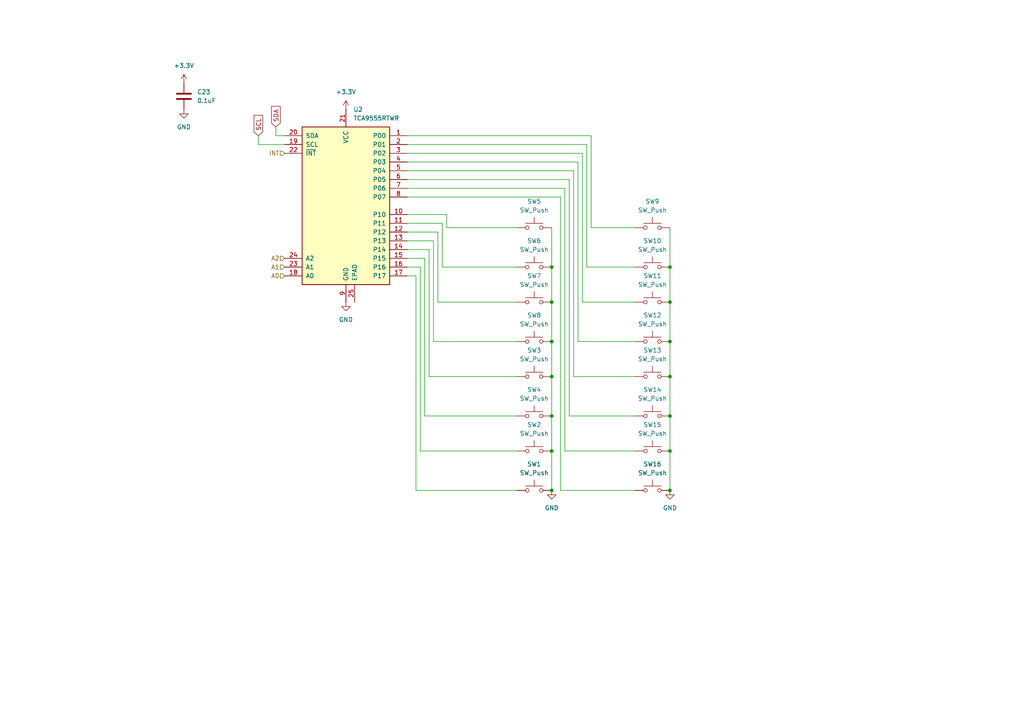
<source format=kicad_sch>
(kicad_sch (version 20250114) (generator "eeschema") (generator_version "9.0")
  (paper "A4")
  (lib_symbols
    (symbol "Device:C" (pin_numbers (hide yes)) (pin_names (offset 0.254))
      (property "Reference" "C" (at 0.635 2.54 0))
      (property "Value" "C" (at 0.635 -2.54 0))
      (symbol "C_0_1"
        (polyline (pts (xy -2.032 0.762) (xy 2.032 0.762)) (stroke (width 0.508)))
        (polyline (pts (xy -2.032 -0.762) (xy 2.032 -0.762)) (stroke (width 0.508)))
      )
      (symbol "C_1_1"
        (pin passive line (at 0 3.81 270) (length 2.794) (name "~") (number "1"))
        (pin passive line (at 0 -3.81 90) (length 2.794) (name "~") (number "2"))
      )
    )
    (symbol "Interface_Expansion:TCA9555RTWR" (pin_names (offset 1.016))
      (property "Reference" "U" (at -11.43 24.13 0))
      (property "Value" "TCA9555RTWR" (at 0 0 0))
      (symbol "TCA9555RTWR_0_1"
        (rectangle (start -12.7 22.86) (end 12.7 -22.86) (stroke (width 0.254)) (fill (type background)))
      )
      (symbol "TCA9555RTWR_1_1"
        (pin bidirectional line (at -17.78 20.32 0) (length 5.08) (name "SDA") (number "20"))
        (pin input line (at -17.78 17.78 0) (length 5.08) (name "SCL") (number "19"))
        (pin open_collector line (at -17.78 15.24 0) (length 5.08) (name "~{INT}") (number "22"))
        (pin input line (at -17.78 -15.24 0) (length 5.08) (name "A2") (number "24"))
        (pin input line (at -17.78 -17.78 0) (length 5.08) (name "A1") (number "23"))
        (pin input line (at -17.78 -20.32 0) (length 5.08) (name "A0") (number "18"))
        (pin power_in line (at 0 27.94 270) (length 5.08) (name "VCC") (number "21"))
        (pin power_in line (at 0 -27.94 90) (length 5.08) (name "GND") (number "9"))
        (pin input line (at 2.54 -27.94 90) (length 5.08) (name "EPAD") (number "25"))
        (pin bidirectional line (at 17.78 20.32 180) (length 5.08) (name "P00") (number "1"))
        (pin bidirectional line (at 17.78 17.78 180) (length 5.08) (name "P01") (number "2"))
        (pin bidirectional line (at 17.78 15.24 180) (length 5.08) (name "P02") (number "3"))
        (pin bidirectional line (at 17.78 12.7 180) (length 5.08) (name "P03") (number "4"))
        (pin bidirectional line (at 17.78 10.16 180) (length 5.08) (name "P04") (number "5"))
        (pin bidirectional line (at 17.78 7.62 180) (length 5.08) (name "P05") (number "6"))
        (pin bidirectional line (at 17.78 5.08 180) (length 5.08) (name "P06") (number "7"))
        (pin bidirectional line (at 17.78 2.54 180) (length 5.08) (name "P07") (number "8"))
        (pin bidirectional line (at 17.78 -2.54 180) (length 5.08) (name "P10") (number "10"))
        (pin bidirectional line (at 17.78 -5.08 180) (length 5.08) (name "P11") (number "11"))
        (pin bidirectional line (at 17.78 -7.62 180) (length 5.08) (name "P12") (number "12"))
        (pin bidirectional line (at 17.78 -10.16 180) (length 5.08) (name "P13") (number "13"))
        (pin bidirectional line (at 17.78 -12.7 180) (length 5.08) (name "P14") (number "14"))
        (pin bidirectional line (at 17.78 -15.24 180) (length 5.08) (name "P15") (number "15"))
        (pin bidirectional line (at 17.78 -17.78 180) (length 5.08) (name "P16") (number "16"))
        (pin bidirectional line (at 17.78 -20.32 180) (length 5.08) (name "P17") (number "17"))
      )
    )
    (symbol "Switch:SW_Push" (pin_numbers (hide yes)) (pin_names (offset 1.016) (hide yes))
      (property "Reference" "SW" (at 1.27 2.54 0))
      (property "Value" "SW_Push" (at 0 -1.524 0))
      (symbol "SW_Push_0_1"
        (circle (center -2.032 0) (radius 0.508))
        (polyline (pts (xy 0 1.27) (xy 0 3.048)))
        (circle (center 2.032 0) (radius 0.508))
        (polyline (pts (xy 2.54 1.27) (xy -2.54 1.27)))
        (pin passive line (at -5.08 0 0) (length 2.54) (name "1") (number "1"))
        (pin passive line (at 5.08 0 180) (length 2.54) (name "2") (number "2"))
      )
    )
    (symbol "power:+3.3V" (power) (pin_numbers (hide yes)) (pin_names (offset 0) (hide yes))
      (property "Value" "+3.3V" (at 0 3.556 0))
      (symbol "+3.3V_0_1"
        (polyline (pts (xy -0.762 1.27) (xy 0 2.54)))
        (polyline (pts (xy 0 2.54) (xy 0.762 1.27)))
        (polyline (pts (xy 0 0) (xy 0 2.54)))
      )
      (symbol "+3.3V_1_1"
        (pin power_in line (at 0 0 90) (length 0) (name "~") (number "1"))
      )
    )
    (symbol "power:GND" (power) (pin_numbers (hide yes)) (pin_names (offset 0) (hide yes))
      (property "Value" "GND" (at 0 -3.81 0))
      (symbol "GND_0_1"
        (polyline (pts (xy 0 0) (xy 0 -1.27) (xy 1.27 -1.27) (xy 0 -2.54) (xy -1.27 -1.27) (xy 0 -1.27)))
      )
      (symbol "GND_1_1"
        (pin power_in line (at 0 0 270) (length 0) (name "~") (number "1"))
      )
    )
  )
  (junction (at 160.02 109.22))
  (junction (at 194.31 120.65))
  (junction (at 194.31 130.81))
  (junction (at 160.02 99.06))
  (junction (at 160.02 77.47))
  (junction (at 160.02 120.65))
  (junction (at 194.31 109.22))
  (junction (at 194.31 87.63))
  (junction (at 194.31 99.06))
  (junction (at 160.02 142.24))
  (junction (at 194.31 77.47))
  (junction (at 160.02 87.63))
  (junction (at 194.31 142.24))
  (junction (at 160.02 130.81))
  (wire (pts (xy 128.27 64.77) (xy 118.11 64.77)))
  (wire (pts (xy 127 87.63) (xy 127 67.31)))
  (wire (pts (xy 184.15 66.04) (xy 171.45 66.04)))
  (wire (pts (xy 194.31 87.63) (xy 194.31 99.06)))
  (wire (pts (xy 160.02 77.47) (xy 160.02 87.63)))
  (wire (pts (xy 149.86 130.81) (xy 121.92 130.81)))
  (wire (pts (xy 194.31 66.04) (xy 194.31 77.47)))
  (wire (pts (xy 184.15 109.22) (xy 166.37 109.22)))
  (wire (pts (xy 125.73 99.06) (xy 125.73 69.85)))
  (wire (pts (xy 74.93 41.91) (xy 82.55 41.91)))
  (wire (pts (xy 194.31 130.81) (xy 194.31 142.24)))
  (wire (pts (xy 168.91 44.45) (xy 118.11 44.45)))
  (wire (pts (xy 160.02 109.22) (xy 160.02 120.65)))
  (wire (pts (xy 184.15 120.65) (xy 165.1 120.65)))
  (wire (pts (xy 194.31 99.06) (xy 194.31 109.22)))
  (wire (pts (xy 123.19 120.65) (xy 123.19 74.93)))
  (wire (pts (xy 160.02 120.65) (xy 160.02 130.81)))
  (wire (pts (xy 168.91 87.63) (xy 168.91 44.45)))
  (wire (pts (xy 160.02 87.63) (xy 160.02 99.06)))
  (wire (pts (xy 171.45 66.04) (xy 171.45 39.37)))
  (wire (pts (xy 128.27 77.47) (xy 128.27 64.77)))
  (wire (pts (xy 166.37 49.53) (xy 118.11 49.53)))
  (wire (pts (xy 170.18 41.91) (xy 118.11 41.91)))
  (wire (pts (xy 118.11 54.61) (xy 163.83 54.61)))
  (wire (pts (xy 163.83 54.61) (xy 163.83 130.81)))
  (wire (pts (xy 194.31 109.22) (xy 194.31 120.65)))
  (wire (pts (xy 149.86 120.65) (xy 123.19 120.65)))
  (wire (pts (xy 170.18 77.47) (xy 170.18 41.91)))
  (wire (pts (xy 163.83 130.81) (xy 184.15 130.81)))
  (wire (pts (xy 166.37 109.22) (xy 166.37 49.53)))
  (wire (pts (xy 149.86 142.24) (xy 120.65 142.24)))
  (wire (pts (xy 184.15 142.24) (xy 162.56 142.24)))
  (wire (pts (xy 184.15 77.47) (xy 170.18 77.47)))
  (wire (pts (xy 120.65 80.01) (xy 118.11 80.01)))
  (wire (pts (xy 124.46 109.22) (xy 124.46 72.39)))
  (wire (pts (xy 149.86 77.47) (xy 128.27 77.47)))
  (wire (pts (xy 124.46 72.39) (xy 118.11 72.39)))
  (wire (pts (xy 123.19 74.93) (xy 118.11 74.93)))
  (wire (pts (xy 74.93 39.37) (xy 74.93 41.91)))
  (wire (pts (xy 121.92 77.47) (xy 118.11 77.47)))
  (wire (pts (xy 167.64 99.06) (xy 167.64 46.99)))
  (wire (pts (xy 149.86 99.06) (xy 125.73 99.06)))
  (wire (pts (xy 184.15 87.63) (xy 168.91 87.63)))
  (wire (pts (xy 121.92 130.81) (xy 121.92 77.47)))
  (wire (pts (xy 80.01 39.37) (xy 82.55 39.37)))
  (wire (pts (xy 127 67.31) (xy 118.11 67.31)))
  (wire (pts (xy 80.01 36.83) (xy 80.01 39.37)))
  (wire (pts (xy 149.86 87.63) (xy 127 87.63)))
  (wire (pts (xy 120.65 142.24) (xy 120.65 80.01)))
  (wire (pts (xy 129.54 66.04) (xy 129.54 62.23)))
  (wire (pts (xy 167.64 46.99) (xy 118.11 46.99)))
  (wire (pts (xy 165.1 52.07) (xy 118.11 52.07)))
  (wire (pts (xy 194.31 77.47) (xy 194.31 87.63)))
  (wire (pts (xy 184.15 99.06) (xy 167.64 99.06)))
  (wire (pts (xy 171.45 39.37) (xy 118.11 39.37)))
  (wire (pts (xy 125.73 69.85) (xy 118.11 69.85)))
  (wire (pts (xy 165.1 120.65) (xy 165.1 52.07)))
  (wire (pts (xy 160.02 130.81) (xy 160.02 142.24)))
  (wire (pts (xy 149.86 66.04) (xy 129.54 66.04)))
  (wire (pts (xy 194.31 120.65) (xy 194.31 130.81)))
  (wire (pts (xy 149.86 109.22) (xy 124.46 109.22)))
  (wire (pts (xy 162.56 142.24) (xy 162.56 57.15)))
  (wire (pts (xy 160.02 66.04) (xy 160.02 77.47)))
  (wire (pts (xy 160.02 99.06) (xy 160.02 109.22)))
  (wire (pts (xy 129.54 62.23) (xy 118.11 62.23)))
  (wire (pts (xy 162.56 57.15) (xy 118.11 57.15)))
  (global_label "SCL" (shape input) (at 74.93 39.37 90) (property "Intersheetrefs" "${INTERSHEET_REFS}" (effects (hide yes))))
  (global_label "SDA" (shape input) (at 80.01 36.83 90) (property "Intersheetrefs" "${INTERSHEET_REFS}" (effects (hide yes))))
  (hierarchical_label "A0" (shape input) (at 82.55 80.01 180))
  (hierarchical_label "INT" (shape input) (at 82.55 44.45 180))
  (hierarchical_label "A2" (shape input) (at 82.55 74.93 180))
  (hierarchical_label "A1" (shape input) (at 82.55 77.47 180))
  (symbol (lib_id "power:GND") (at 53.34 31.75 0) (unit 1)
    (property "Reference" "#PWR067" (effects (hide yes)))
    (property "Value" "GND" (at 53.34 36.83 0))
    (property "Description" "Power symbol creates a global label with name \"GND\" , ground" (effects (hide yes)))
  )
  (symbol (lib_id "Switch:SW_Push") (at 154.94 109.22 0) (unit 1)
    (property "Reference" "SW3" (at 154.94 101.6 0))
    (property "Value" "SW_Push" (at 154.94 104.14 0))
    (property "Footprint" "Connector_PinSocket_2.54mm:PinSocket_1x02_P2.54mm_Vertical" (effects (hide yes)))
    (property "Description" "Push button switch, generic, two pins" (effects (hide yes)))
    (property "LCSC Part Number" "C49661" (effects (hide yes)))
  )
  (symbol (lib_id "power:GND") (at 100.33 87.63 0) (unit 1)
    (property "Reference" "#PWR03" (effects (hide yes)))
    (property "Value" "GND" (at 100.33 92.71 0))
    (property "Description" "Power symbol creates a global label with name \"GND\" , ground" (effects (hide yes)))
  )
  (symbol (lib_id "Switch:SW_Push") (at 154.94 77.47 0) (unit 1)
    (property "Reference" "SW6" (at 154.94 69.85 0))
    (property "Value" "SW_Push" (at 154.94 72.39 0))
    (property "Footprint" "Connector_PinSocket_2.54mm:PinSocket_1x02_P2.54mm_Vertical" (effects (hide yes)))
    (property "Description" "Push button switch, generic, two pins" (effects (hide yes)))
    (property "LCSC Part Number" "C49661" (effects (hide yes)))
  )
  (symbol (lib_id "Switch:SW_Push") (at 189.23 87.63 0) (unit 1)
    (property "Reference" "SW11" (at 189.23 80.01 0))
    (property "Value" "SW_Push" (at 189.23 82.55 0))
    (property "Footprint" "Connector_PinSocket_2.54mm:PinSocket_1x02_P2.54mm_Vertical" (effects (hide yes)))
    (property "Description" "Push button switch, generic, two pins" (effects (hide yes)))
    (property "LCSC Part Number" "C49661" (effects (hide yes)))
  )
  (symbol (lib_id "Switch:SW_Push") (at 189.23 120.65 0) (unit 1)
    (property "Reference" "SW14" (at 189.23 113.03 0))
    (property "Value" "SW_Push" (at 189.23 115.57 0))
    (property "Footprint" "Connector_PinSocket_2.54mm:PinSocket_1x02_P2.54mm_Vertical" (effects (hide yes)))
    (property "Description" "Push button switch, generic, two pins" (effects (hide yes)))
    (property "LCSC Part Number" "C49661" (effects (hide yes)))
  )
  (symbol (lib_id "power:+3.3V") (at 100.33 31.75 0) (unit 1)
    (property "Reference" "#PWR04" (effects (hide yes)))
    (property "Value" "+3.3V" (at 100.33 26.67 0))
    (property "Description" "Power symbol creates a global label with name \"+3.3V\"" (effects (hide yes)))
  )
  (symbol (lib_id "Switch:SW_Push") (at 189.23 99.06 0) (unit 1)
    (property "Reference" "SW12" (at 189.23 91.44 0))
    (property "Value" "SW_Push" (at 189.23 93.98 0))
    (property "Footprint" "Connector_PinSocket_2.54mm:PinSocket_1x02_P2.54mm_Vertical" (effects (hide yes)))
    (property "Description" "Push button switch, generic, two pins" (effects (hide yes)))
    (property "LCSC Part Number" "C49661" (effects (hide yes)))
  )
  (symbol (lib_id "Switch:SW_Push") (at 154.94 66.04 0) (unit 1)
    (property "Reference" "SW5" (at 154.94 58.42 0))
    (property "Value" "SW_Push" (at 154.94 60.96 0))
    (property "Footprint" "Connector_PinSocket_2.54mm:PinSocket_1x02_P2.54mm_Vertical" (effects (hide yes)))
    (property "Description" "Push button switch, generic, two pins" (effects (hide yes)))
    (property "LCSC Part Number" "C49661" (effects (hide yes)))
  )
  (symbol (lib_id "Switch:SW_Push") (at 154.94 120.65 0) (unit 1)
    (property "Reference" "SW4" (at 154.94 113.03 0))
    (property "Value" "SW_Push" (at 154.94 115.57 0))
    (property "Footprint" "Connector_PinSocket_2.54mm:PinSocket_1x02_P2.54mm_Vertical" (effects (hide yes)))
    (property "Description" "Push button switch, generic, two pins" (effects (hide yes)))
    (property "LCSC Part Number" "C49661" (effects (hide yes)))
  )
  (symbol (lib_id "Switch:SW_Push") (at 189.23 77.47 0) (unit 1)
    (property "Reference" "SW10" (at 189.23 69.85 0))
    (property "Value" "SW_Push" (at 189.23 72.39 0))
    (property "Footprint" "Connector_PinSocket_2.54mm:PinSocket_1x02_P2.54mm_Vertical" (effects (hide yes)))
    (property "Description" "Push button switch, generic, two pins" (effects (hide yes)))
    (property "LCSC Part Number" "C49661" (effects (hide yes)))
  )
  (symbol (lib_id "Switch:SW_Push") (at 154.94 99.06 0) (unit 1)
    (property "Reference" "SW8" (at 154.94 91.44 0))
    (property "Value" "SW_Push" (at 154.94 93.98 0))
    (property "Footprint" "Connector_PinSocket_2.54mm:PinSocket_1x02_P2.54mm_Vertical" (effects (hide yes)))
    (property "Description" "Push button switch, generic, two pins" (effects (hide yes)))
    (property "LCSC Part Number" "C49661" (effects (hide yes)))
  )
  (symbol (lib_id "Switch:SW_Push") (at 189.23 142.24 0) (unit 1)
    (property "Reference" "SW16" (at 189.23 134.62 0))
    (property "Value" "SW_Push" (at 189.23 137.16 0))
    (property "Footprint" "Connector_PinSocket_2.54mm:PinSocket_1x02_P2.54mm_Vertical" (effects (hide yes)))
    (property "Description" "Push button switch, generic, two pins" (effects (hide yes)))
    (property "LCSC Part Number" "C49661" (effects (hide yes)))
  )
  (symbol (lib_id "Switch:SW_Push") (at 154.94 130.81 0) (unit 1)
    (property "Reference" "SW2" (at 154.94 123.19 0))
    (property "Value" "SW_Push" (at 154.94 125.73 0))
    (property "Footprint" "Connector_PinSocket_2.54mm:PinSocket_1x02_P2.54mm_Vertical" (effects (hide yes)))
    (property "Description" "Push button switch, generic, two pins" (effects (hide yes)))
    (property "LCSC Part Number" "C49661" (effects (hide yes)))
  )
  (symbol (lib_id "Switch:SW_Push") (at 189.23 130.81 0) (unit 1)
    (property "Reference" "SW15" (at 189.23 123.19 0))
    (property "Value" "SW_Push" (at 189.23 125.73 0))
    (property "Footprint" "Connector_PinSocket_2.54mm:PinSocket_1x02_P2.54mm_Vertical" (effects (hide yes)))
    (property "Description" "Push button switch, generic, two pins" (effects (hide yes)))
    (property "LCSC Part Number" "C49661" (effects (hide yes)))
  )
  (symbol (lib_id "power:GND") (at 160.02 142.24 0) (unit 1)
    (property "Reference" "#PWR01" (effects (hide yes)))
    (property "Value" "GND" (at 160.02 147.32 0))
    (property "Description" "Power symbol creates a global label with name \"GND\" , ground" (effects (hide yes)))
  )
  (symbol (lib_id "Switch:SW_Push") (at 154.94 142.24 0) (unit 1)
    (property "Reference" "SW1" (at 154.94 134.62 0))
    (property "Value" "SW_Push" (at 154.94 137.16 0))
    (property "Footprint" "Connector_PinSocket_2.54mm:PinSocket_1x02_P2.54mm_Vertical" (effects (hide yes)))
    (property "Description" "Push button switch, generic, two pins" (effects (hide yes)))
    (property "LCSC Part Number" "C49661" (effects (hide yes)))
  )
  (symbol (lib_id "power:GND") (at 194.31 142.24 0) (unit 1)
    (property "Reference" "#PWR02" (effects (hide yes)))
    (property "Value" "GND" (at 194.31 147.32 0))
    (property "Description" "Power symbol creates a global label with name \"GND\" , ground" (effects (hide yes)))
  )
  (symbol (lib_id "Switch:SW_Push") (at 154.94 87.63 0) (unit 1)
    (property "Reference" "SW7" (at 154.94 80.01 0))
    (property "Value" "SW_Push" (at 154.94 82.55 0))
    (property "Footprint" "Connector_PinSocket_2.54mm:PinSocket_1x02_P2.54mm_Vertical" (effects (hide yes)))
    (property "Description" "Push button switch, generic, two pins" (effects (hide yes)))
    (property "LCSC Part Number" "C49661" (effects (hide yes)))
  )
  (symbol (lib_id "power:+3.3V") (at 53.34 24.13 0) (unit 1)
    (property "Reference" "#PWR066" (effects (hide yes)))
    (property "Value" "+3.3V" (at 53.34 19.05 0))
    (property "Description" "Power symbol creates a global label with name \"+3.3V\"" (effects (hide yes)))
  )
  (symbol (lib_id "Switch:SW_Push") (at 189.23 66.04 0) (unit 1)
    (property "Reference" "SW9" (at 189.23 58.42 0))
    (property "Value" "SW_Push" (at 189.23 60.96 0))
    (property "Footprint" "Connector_PinSocket_2.54mm:PinSocket_1x02_P2.54mm_Vertical" (effects (hide yes)))
    (property "Description" "Push button switch, generic, two pins" (effects (hide yes)))
    (property "LCSC Part Number" "C49661" (effects (hide yes)))
  )
  (symbol (lib_id "Device:C") (at 53.34 27.94 0) (unit 1)
    (property "Reference" "C23" (at 57.15 26.6699 0) (effects (justify left)))
    (property "Value" "0.1uF" (at 57.15 29.2099 0) (effects (justify left)))
    (property "Footprint" "Capacitor_SMD:C_0603_1608Metric" (effects (hide yes)))
    (property "Description" "Unpolarized capacitor" (effects (hide yes)))
    (property "LCSC Part Number" "C14663" (effects (hide yes)))
  )
  (symbol (lib_id "Switch:SW_Push") (at 189.23 109.22 0) (unit 1)
    (property "Reference" "SW13" (at 189.23 101.6 0))
    (property "Value" "SW_Push" (at 189.23 104.14 0))
    (property "Footprint" "Connector_PinSocket_2.54mm:PinSocket_1x02_P2.54mm_Vertical" (effects (hide yes)))
    (property "Description" "Push button switch, generic, two pins" (effects (hide yes)))
    (property "LCSC Part Number" "C49661" (effects (hide yes)))
  )
  (symbol (lib_id "Interface_Expansion:TCA9555RTWR") (at 100.33 59.69 0) (unit 1)
    (property "Reference" "U2" (at 102.4733 31.75 0) (effects (justify left)))
    (property "Value" "TCA9555RTWR" (at 102.4733 34.29 0) (effects (justify left)))
    (property "Footprint" "Package_DFN_QFN:WQFN-24-1EP_4x4mm_P0.5mm_EP2.45x2.45mm" (effects (hide yes)))
    (property "Datasheet" "http://www.ti.com/lit/ds/symlink/tca9555.pdf" (effects (hide yes)))
    (property "Description" "16-bit I/O expander, I2C and SMBus interface, interrupts, w/ pull-ups, QFN-24" (effects (hide yes)))
    (property "LCSC Part Number" "C140277" (effects (hide yes)))
  )
)
</source>
